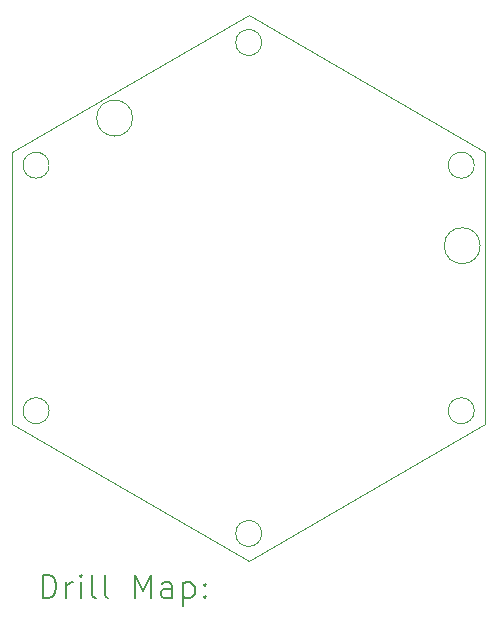
<source format=gbr>
%TF.GenerationSoftware,KiCad,Pcbnew,7.0.5*%
%TF.CreationDate,2024-01-26T22:43:13-05:00*%
%TF.ProjectId,SCD30_ADAPTER,53434433-305f-4414-9441-505445522e6b,rev?*%
%TF.SameCoordinates,Original*%
%TF.FileFunction,Drillmap*%
%TF.FilePolarity,Positive*%
%FSLAX45Y45*%
G04 Gerber Fmt 4.5, Leading zero omitted, Abs format (unit mm)*
G04 Created by KiCad (PCBNEW 7.0.5) date 2024-01-26 22:43:13*
%MOMM*%
%LPD*%
G01*
G04 APERTURE LIST*
%ADD10C,0.100000*%
%ADD11C,0.200000*%
G04 APERTURE END LIST*
D10*
X16926000Y-8971231D02*
G75*
G03*
X16926000Y-8971231I-110000J0D01*
G01*
X13016000Y-8855761D02*
X13016000Y-11165162D01*
X16926000Y-11049692D02*
G75*
G03*
X16926000Y-11049692I-110000J0D01*
G01*
X13016000Y-11165162D02*
X15016000Y-12319862D01*
X13326000Y-8971231D02*
G75*
G03*
X13326000Y-8971231I-110000J0D01*
G01*
X15016000Y-7701060D02*
X13016000Y-8855761D01*
X17016000Y-8855761D02*
X15016000Y-7701060D01*
X15126000Y-7932000D02*
G75*
G03*
X15126000Y-7932000I-110000J0D01*
G01*
X15126000Y-12088922D02*
G75*
G03*
X15126000Y-12088922I-110000J0D01*
G01*
X17016000Y-11165162D02*
X17016000Y-8855761D01*
X15016000Y-12319862D02*
X17016000Y-11165162D01*
X13326000Y-11049692D02*
G75*
G03*
X13326000Y-11049692I-110000J0D01*
G01*
X14033069Y-8571931D02*
G75*
G03*
X14033069Y-8571931I-152069J0D01*
G01*
X16976000Y-9652362D02*
G75*
G03*
X16976000Y-9652362I-152069J0D01*
G01*
D11*
X13271777Y-12636346D02*
X13271777Y-12436346D01*
X13271777Y-12436346D02*
X13319396Y-12436346D01*
X13319396Y-12436346D02*
X13347967Y-12445870D01*
X13347967Y-12445870D02*
X13367015Y-12464917D01*
X13367015Y-12464917D02*
X13376539Y-12483965D01*
X13376539Y-12483965D02*
X13386062Y-12522060D01*
X13386062Y-12522060D02*
X13386062Y-12550632D01*
X13386062Y-12550632D02*
X13376539Y-12588727D01*
X13376539Y-12588727D02*
X13367015Y-12607774D01*
X13367015Y-12607774D02*
X13347967Y-12626822D01*
X13347967Y-12626822D02*
X13319396Y-12636346D01*
X13319396Y-12636346D02*
X13271777Y-12636346D01*
X13471777Y-12636346D02*
X13471777Y-12503012D01*
X13471777Y-12541108D02*
X13481301Y-12522060D01*
X13481301Y-12522060D02*
X13490824Y-12512536D01*
X13490824Y-12512536D02*
X13509872Y-12503012D01*
X13509872Y-12503012D02*
X13528920Y-12503012D01*
X13595586Y-12636346D02*
X13595586Y-12503012D01*
X13595586Y-12436346D02*
X13586062Y-12445870D01*
X13586062Y-12445870D02*
X13595586Y-12455393D01*
X13595586Y-12455393D02*
X13605110Y-12445870D01*
X13605110Y-12445870D02*
X13595586Y-12436346D01*
X13595586Y-12436346D02*
X13595586Y-12455393D01*
X13719396Y-12636346D02*
X13700348Y-12626822D01*
X13700348Y-12626822D02*
X13690824Y-12607774D01*
X13690824Y-12607774D02*
X13690824Y-12436346D01*
X13824158Y-12636346D02*
X13805110Y-12626822D01*
X13805110Y-12626822D02*
X13795586Y-12607774D01*
X13795586Y-12607774D02*
X13795586Y-12436346D01*
X14052729Y-12636346D02*
X14052729Y-12436346D01*
X14052729Y-12436346D02*
X14119396Y-12579203D01*
X14119396Y-12579203D02*
X14186062Y-12436346D01*
X14186062Y-12436346D02*
X14186062Y-12636346D01*
X14367015Y-12636346D02*
X14367015Y-12531584D01*
X14367015Y-12531584D02*
X14357491Y-12512536D01*
X14357491Y-12512536D02*
X14338443Y-12503012D01*
X14338443Y-12503012D02*
X14300348Y-12503012D01*
X14300348Y-12503012D02*
X14281301Y-12512536D01*
X14367015Y-12626822D02*
X14347967Y-12636346D01*
X14347967Y-12636346D02*
X14300348Y-12636346D01*
X14300348Y-12636346D02*
X14281301Y-12626822D01*
X14281301Y-12626822D02*
X14271777Y-12607774D01*
X14271777Y-12607774D02*
X14271777Y-12588727D01*
X14271777Y-12588727D02*
X14281301Y-12569679D01*
X14281301Y-12569679D02*
X14300348Y-12560155D01*
X14300348Y-12560155D02*
X14347967Y-12560155D01*
X14347967Y-12560155D02*
X14367015Y-12550632D01*
X14462253Y-12503012D02*
X14462253Y-12703012D01*
X14462253Y-12512536D02*
X14481301Y-12503012D01*
X14481301Y-12503012D02*
X14519396Y-12503012D01*
X14519396Y-12503012D02*
X14538443Y-12512536D01*
X14538443Y-12512536D02*
X14547967Y-12522060D01*
X14547967Y-12522060D02*
X14557491Y-12541108D01*
X14557491Y-12541108D02*
X14557491Y-12598251D01*
X14557491Y-12598251D02*
X14547967Y-12617298D01*
X14547967Y-12617298D02*
X14538443Y-12626822D01*
X14538443Y-12626822D02*
X14519396Y-12636346D01*
X14519396Y-12636346D02*
X14481301Y-12636346D01*
X14481301Y-12636346D02*
X14462253Y-12626822D01*
X14643205Y-12617298D02*
X14652729Y-12626822D01*
X14652729Y-12626822D02*
X14643205Y-12636346D01*
X14643205Y-12636346D02*
X14633682Y-12626822D01*
X14633682Y-12626822D02*
X14643205Y-12617298D01*
X14643205Y-12617298D02*
X14643205Y-12636346D01*
X14643205Y-12512536D02*
X14652729Y-12522060D01*
X14652729Y-12522060D02*
X14643205Y-12531584D01*
X14643205Y-12531584D02*
X14633682Y-12522060D01*
X14633682Y-12522060D02*
X14643205Y-12512536D01*
X14643205Y-12512536D02*
X14643205Y-12531584D01*
M02*

</source>
